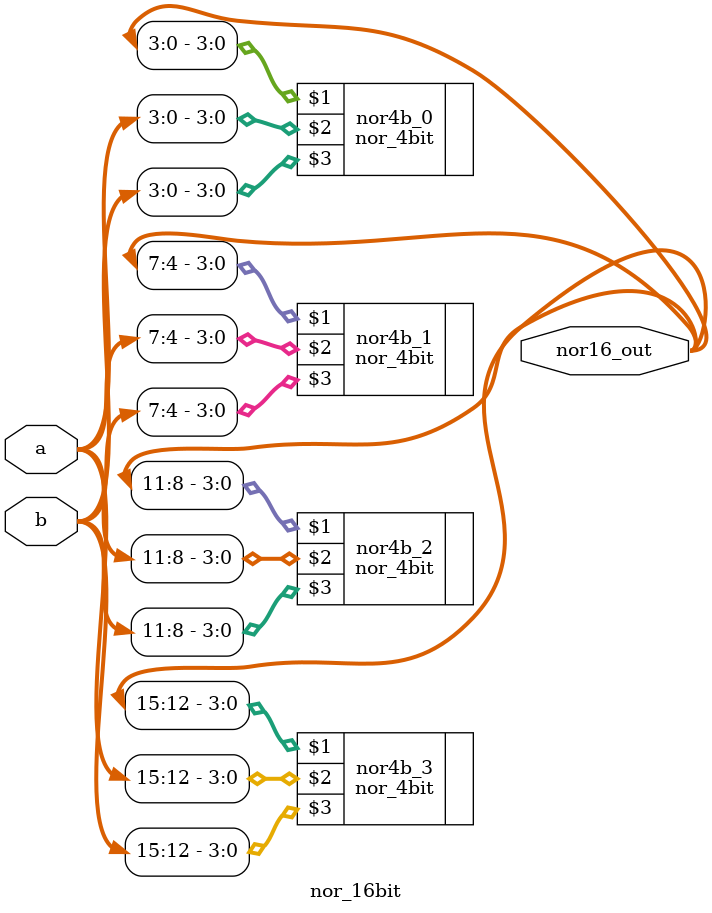
<source format=v>
module nor_16bit(output [15:0]nor16_out, input [15:0]a, b);//nor operation occurs for 16-bits numbers
			nor_4bit nor4b_0(nor16_out[3:0], a[3:0], b[3:0]);
			nor_4bit nor4b_1(nor16_out[7:4], a[7:4], b[7:4]);
			nor_4bit nor4b_2(nor16_out[11:8], a[11:8], b[11:8]);
			nor_4bit nor4b_3(nor16_out[15:12], a[15:12], b[15:12]);
			
endmodule

</source>
